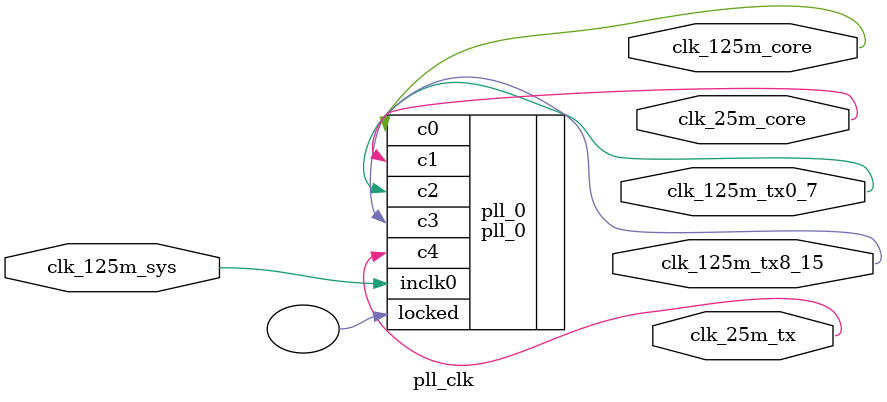
<source format=v>
`timescale 1ns/1ns
module pll_clk(
   clk_125m_sys,
   clk_125m_core,
   clk_25m_core,
   clk_125m_tx0_7,
   clk_125m_tx8_15,
   clk_25m_tx
  );
  input clk_125m_sys;
  output clk_125m_tx0_7;
  output clk_125m_core;
  output clk_25m_core;
  output clk_125m_tx8_15;
  output clk_25m_tx;
wire clk_125m_tx0_7;
wire clk_125m_core;
wire clk_25m_core;
wire clk_125m_tx8_15;
wire clk_25m_tx;
pll_0 pll_0(
	.inclk0(clk_125m_sys),//125M  sys
	.c0(clk_125m_core),
	.c1(clk_25m_core),
	.c2(clk_125m_tx0_7),//port tx clk 0-7;
	.c3(clk_125m_tx8_15),//port tx clk 8-15;
	.c4(clk_25m_tx),
	.locked());   
endmodule 
</source>
